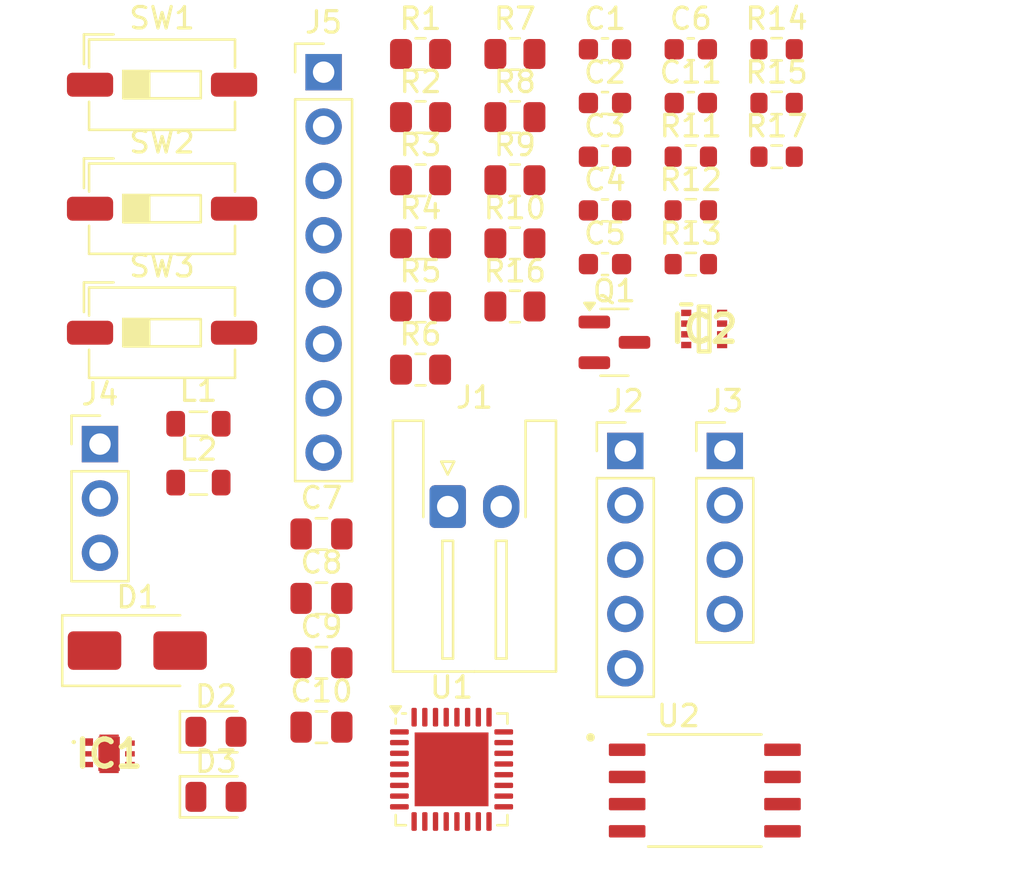
<source format=kicad_pcb>
(kicad_pcb (version 20241229) (generator "pcbnew") (generator_version "9.0")
  (layers (0 "F.Cu" signal) (2 "B.Cu" signal) (13 "F.Paste" user) (15 "B.Paste" user) (5 "F.SilkS" user "F.Silkscreen") (7 "B.SilkS" user "B.Silkscreen") (1 "F.Mask" user) (3 "B.Mask" user) (25 "Edge.Cuts" user))
  (net 0 "")
  (net 1 "GND")
  (net 2 "+3.3V")
  (net 3 "/NRST")
  (net 4 "+BATT")
  (net 5 "+5V")
  (net 6 "Net-(D1-A)")
  (net 7 "Net-(D2-A)")
  (net 8 "Net-(D3-A)")
  (net 9 "Net-(IC1-Lx)")
  (net 10 "Net-(IC2-SW)")
  (net 11 "/ENABLE_5V_REG")
  (net 12 "Net-(IC2-PG)")
  (net 13 "/SWDIO")
  (net 14 "/SWCLK")
  (net 15 "/LPUART2_TX")
  (net 16 "/LPUART2_RX")
  (net 17 "/AMP_PWM")
  (net 18 "Net-(J5-Pin_3)")
  (net 19 "Net-(J5-Pin_4)")
  (net 20 "/SPI1_NSS_RFID")
  (net 22 "/nRSTPD_RFID")
  (net 23 "Net-(J5-Pin_2)")
  (net 24 "/TIM2_CH1_PWM")
  (net 25 "Net-(R1-Pad2)")
  (net 26 "/BOOT0")
  (net 27 "/LED_01")
  (net 28 "/LED_02")
  (net 29 "/nWP_FLASH")
  (net 30 "/nRESET_FLASH")
  (net 31 "/nCS_FLASH")
  (net 32 "Net-(U2-SCK)")
  (net 33 "/SPI2_SCK_FLASH")
  (net 34 "/SPI2_MOSI_FLASH")
  (net 35 "Net-(U2-SI)")
  (net 36 "/SPI2_MISO_FLASH")
  (net 37 "Net-(U2-SO)")
  (net 38 "/SPI1_MISO_RFID")
  (net 39 "/SPI1_MOSI_RFID")
  (net 40 "/SPI1_SCK_RFID")
  (net 41 "/PUSH_BUTTON_01")
  (footprint "Capacitor_SMD:C_0603_1608Metric" (layer "F.Cu") (at 128.155 66.5)
    (property "Reference" "C1" (at 0 -1.43 0) (layer "F.SilkS"))
    (property "Value" "4.7uF")
    (property "VALUE" "" (hide yes))
    (fp_line (start -0.14058 -0.51) (end 0.14058 -0.51) (stroke (width 0.12)) (layer "F.SilkS"))
    (fp_line (start -0.14058 0.51) (end 0.14058 0.51) (stroke (width 0.12)) (layer "F.SilkS"))
    (pad "1" smd roundrect (at -0.775 0) (size 0.9 0.95) (layers "F.Cu" "F.Mask" "F.Paste") (net 2 "+3.3V"))
    (pad "2" smd roundrect (at 0.775 0) (size 0.9 0.95) (layers "F.Cu" "F.Mask" "F.Paste") (net 1 "GND"))
  )
  (footprint "Capacitor_SMD:C_0603_1608Metric" (layer "F.Cu") (at 128.155 76.54)
    (property "Reference" "C5" (at 0 -1.43 0) (layer "F.SilkS"))
    (property "Value" "10nF")
    (property "VALUE" "" (hide yes))
    (fp_line (start -0.14058 -0.51) (end 0.14058 -0.51) (stroke (width 0.12)) (layer "F.SilkS"))
    (fp_line (start -0.14058 0.51) (end 0.14058 0.51) (stroke (width 0.12)) (layer "F.SilkS"))
    (pad "1" smd roundrect (at -0.775 0) (size 0.9 0.95) (layers "F.Cu" "F.Mask" "F.Paste") (net 2 "+3.3V"))
    (pad "2" smd roundrect (at 0.775 0) (size 0.9 0.95) (layers "F.Cu" "F.Mask" "F.Paste") (net 1 "GND"))
  )
  (footprint "Connector_PinHeader_2.54mm:PinHeader_1x05_P2.54mm_Vertical" (layer "F.Cu") (at 129.105 85.27)
    (property "Reference" "J2" (at 0 -2.33 0) (layer "F.SilkS"))
    (property "Value" "Conn_01x05")
    (fp_line (start -1.33 -1.33) (end 0 -1.33) (stroke (width 0.12)) (layer "F.SilkS"))
    (fp_line (start -1.33 0) (end -1.33 -1.33) (stroke (width 0.12)) (layer "F.SilkS"))
    (fp_line (start -1.33 1.27) (end -1.33 11.49) (stroke (width 0.12)) (layer "F.SilkS"))
    (fp_line (start -1.33 1.27) (end 1.33 1.27) (stroke (width 0.12)) (layer "F.SilkS"))
    (fp_line (start -1.33 11.49) (end 1.33 11.49) (stroke (width 0.12)) (layer "F.SilkS"))
    (fp_line (start 1.33 1.27) (end 1.33 11.49) (stroke (width 0.12)) (layer "F.SilkS"))
    (pad "1" thru_hole rect (at 0 0) (size 1.7 1.7) (drill 1) (layers "*.Cu" "*.Mask") (net 1 "GND"))
    (pad "2" thru_hole oval (at 0 2.54) (size 1.7 1.7) (drill 1) (layers "*.Cu" "*.Mask") (net 3 "/NRST"))
    (pad "3" thru_hole oval (at 0 5.08) (size 1.7 1.7) (drill 1) (layers "*.Cu" "*.Mask") (net 13 "/SWDIO"))
    (pad "4" thru_hole oval (at 0 7.62) (size 1.7 1.7) (drill 1) (layers "*.Cu" "*.Mask") (net 14 "/SWCLK"))
    (pad "5" thru_hole oval (at 0 10.16) (size 1.7 1.7) (drill 1) (layers "*.Cu" "*.Mask") (net 2 "+3.3V"))
  )
  (footprint "Resistor_SMD:R_0805_2012Metric" (layer "F.Cu") (at 119.535 69.67)
    (property "Reference" "R2" (at 0 -1.65 0) (layer "F.SilkS"))
    (property "Value" "100K")
    (property "VALUE" "" (hide yes))
    (fp_line (start -0.227064 -0.735) (end 0.227064 -0.735) (stroke (width 0.12)) (layer "F.SilkS"))
    (fp_line (start -0.227064 0.735) (end 0.227064 0.735) (stroke (width 0.12)) (layer "F.SilkS"))
    (pad "1" smd roundrect (at -0.9125 0) (size 1.025 1.4) (layers "F.Cu" "F.Mask" "F.Paste") (roundrect_rratio 0.243902) (net 1 "GND"))
    (pad "2" smd roundrect (at 0.9125 0) (size 1.025 1.4) (layers "F.Cu" "F.Mask" "F.Paste") (roundrect_rratio 0.243902) (net 26 "/BOOT0"))
  )
  (footprint "Inductor_SMD:L_0805_2012Metric" (layer "F.Cu") (at 109.155 84)
    (property "Reference" "L1" (at 0 -1.55 0) (layer "F.SilkS"))
    (property "Value" "2.2uH")
    (property "VALUE" "" (hide yes))
    (fp_line (start -0.399622 -0.56) (end 0.399622 -0.56) (stroke (width 0.12)) (layer "F.SilkS"))
    (fp_line (start -0.399622 0.56) (end 0.399622 0.56) (stroke (width 0.12)) (layer "F.SilkS"))
    (pad "1" smd roundrect (at -1.0625 0) (size 0.875 1.2) (layers "F.Cu" "F.Mask" "F.Paste") (net 9 "Net-(IC1-Lx)"))
    (pad "2" smd roundrect (at 1.0625 0) (size 0.875 1.2) (layers "F.Cu" "F.Mask" "F.Paste") (net 2 "+3.3V"))
  )
  (footprint "Button_Switch_SMD:SW_DIP_SPSTx01_Slide_6.7x4.1mm_W6.73mm_P2.54mm_LowProfile_JPin" (layer "F.Cu") (at 107.455 73.95)
    (property "Reference" "SW2" (at 0 -3.11 0) (layer "F.SilkS"))
    (property "Value" "SW_Push")
    (property "VALUE" "" (hide yes))
    (fp_line (start -3.65 -2.35) (end -3.65 -0.967) (stroke (width 0.12)) (layer "F.SilkS"))
    (fp_line (start -3.65 -2.35) (end -2.267 -2.35) (stroke (width 0.12)) (layer "F.SilkS"))
    (fp_line (start -3.41 -2.11) (end -3.41 -0.8) (stroke (width 0.12)) (layer "F.SilkS"))
    (fp_line (start -3.41 -2.11) (end 3.41 -2.11) (stroke (width 0.12)) (layer "F.SilkS"))
    (fp_line (start -3.41 0.8) (end -3.41 2.11) (stroke (width 0.12)) (layer "F.SilkS"))
    (fp_line (start -3.41 2.11) (end 3.41 2.11) (stroke (width 0.12)) (layer "F.SilkS"))
    (fp_line (start -0.603333 -0.635) (end -0.603333 0.635) (stroke (width 0.12)) (layer "F.SilkS"))
    (fp_line (start 3.41 -2.11) (end 3.41 -0.8) (stroke (width 0.12)) (layer "F.SilkS"))
    (fp_line (start 3.41 0.8) (end 3.41 2.11) (stroke (width 0.12)) (layer "F.SilkS"))
    (fp_rect (start -1.81 -0.635) (end -0.603333 0.635) (stroke (width 0.12)) (fill yes) (layer "F.SilkS"))
    (fp_rect (start -1.81 -0.635) (end 1.81 0.635) (stroke (width 0.12)) (fill no) (layer "F.SilkS"))
    (pad "1" smd roundrect (at -3.365 0) (size 2.16 1.12) (layers "F.Cu" "F.Mask" "F.Paste") (roundrect_rratio 0.223214) (net 1 "GND"))
    (pad "2" smd roundrect (at 3.365 0) (size 2.16 1.12) (layers "F.Cu" "F.Mask" "F.Paste") (roundrect_rratio 0.223214) (net 3 "/NRST"))
  )
  (footprint "Capacitor_SMD:C_0603_1608Metric" (layer "F.Cu") (at 128.155 74.03)
    (property "Reference" "C4" (at 0 -1.43 0) (layer "F.SilkS"))
    (property "Value" "100nF")
    (property "VALUE" "" (hide yes))
    (fp_line (start -0.14058 -0.51) (end 0.14058 -0.51) (stroke (width 0.12)) (layer "F.SilkS"))
    (fp_line (start -0.14058 0.51) (end 0.14058 0.51) (stroke (width 0.12)) (layer "F.SilkS"))
    (pad "1" smd roundrect (at -0.775 0) (size 0.9 0.95) (layers "F.Cu" "F.Mask" "F.Paste") (net 2 "+3.3V"))
    (pad "2" smd roundrect (at 0.775 0) (size 0.9 0.95) (layers "F.Cu" "F.Mask" "F.Paste") (net 1 "GND"))
  )
  (footprint "Resistor_SMD:R_0805_2012Metric" (layer "F.Cu") (at 119.535 75.57)
    (property "Reference" "R4" (at 0 -1.65 0) (layer "F.SilkS"))
    (property "Value" "56R")
    (property "VALUE" "" (hide yes))
    (fp_line (start -0.227064 -0.735) (end 0.227064 -0.735) (stroke (width 0.12)) (layer "F.SilkS"))
    (fp_line (start -0.227064 0.735) (end 0.227064 0.735) (stroke (width 0.12)) (layer "F.SilkS"))
    (pad "1" smd roundrect (at -0.9125 0) (size 1.025 1.4) (layers "F.Cu" "F.Mask" "F.Paste") (roundrect_rratio 0.243902) (net 8 "Net-(D3-A)"))
    (pad "2" smd roundrect (at 0.9125 0) (size 1.025 1.4) (layers "F.Cu" "F.Mask" "F.Paste") (roundrect_rratio 0.243902) (net 28 "/LED_02"))
  )
  (footprint "Connector_PinHeader_2.54mm:PinHeader_1x08_P2.54mm_Vertical" (layer "F.Cu") (at 115.005 67.57)
    (property "Reference" "J5" (at 0 -2.33 0) (layer "F.SilkS"))
    (property "Value" "Conn_01x08")
    (property "VALUE" "" (hide yes))
    (fp_line (start -1.33 -1.33) (end 0 -1.33) (stroke (width 0.12)) (layer "F.SilkS"))
    (fp_line (start -1.33 0) (end -1.33 -1.33) (stroke (width 0.12)) (layer "F.SilkS"))
    (fp_line (start -1.33 1.27) (end -1.33 19.11) (stroke (width 0.12)) (layer "F.SilkS"))
    (fp_line (start -1.33 1.27) (end 1.33 1.27) (stroke (width 0.12)) (layer "F.SilkS"))
    (fp_line (start -1.33 19.11) (end 1.33 19.11) (stroke (width 0.12)) (layer "F.SilkS"))
    (fp_line (start 1.33 1.27) (end 1.33 19.11) (stroke (width 0.12)) (layer "F.SilkS"))
    (pad "1" thru_hole rect (at 0 0) (size 1.7 1.7) (drill 1) (layers "*.Cu" "*.Mask") (net 20 "/SPI1_NSS_RFID"))
    (pad "2" thru_hole oval (at 0 2.54) (size 1.7 1.7) (drill 1) (layers "*.Cu" "*.Mask") (net 23 "Net-(J5-Pin_2)"))
    (pad "3" thru_hole oval (at 0 5.08) (size 1.7 1.7) (drill 1) (layers "*.Cu" "*.Mask") (net 18 "Net-(J5-Pin_3)"))
    (pad "4" thru_hole oval (at 0 7.62) (size 1.7 1.7) (drill 1) (layers "*.Cu" "*.Mask") (net 19 "Net-(J5-Pin_4)"))
    (pad "5" thru_hole oval (at 0 10.16) (size 1.7 1.7) (drill 1) (layers "*.Cu" "*.Mask"))
    (pad "6" thru_hole oval (at 0 12.7) (size 1.7 1.7) (drill 1) (layers "*.Cu" "*.Mask") (net 1 "GND"))
    (pad "7" thru_hole oval (at 0 15.24) (size 1.7 1.7) (drill 1) (layers "*.Cu" "*.Mask") (net 22 "/nRSTPD_RFID"))
    (pad "8" thru_hole oval (at 0 17.78) (size 1.7 1.7) (drill 1) (layers "*.Cu" "*.Mask") (net 2 "+3.3V"))
  )
  (footprint "Resistor_SMD:R_0603_1608Metric" (layer "F.Cu") (at 136.175 69.01)
    (property "Reference" "R15" (at 0 -1.43 0) (layer "F.SilkS"))
    (property "Value" "33R")
    (property "VALUE" "" (hide yes))
    (fp_line (start -0.237258 -0.5225) (end 0.237258 -0.5225) (stroke (width 0.12)) (layer "F.SilkS"))
    (fp_line (start -0.237258 0.5225) (end 0.237258 0.5225) (stroke (width 0.12)) (layer "F.SilkS"))
    (pad "1" smd roundrect (at -0.825 0) (size 0.8 0.95) (layers "F.Cu" "F.Mask" "F.Paste") (net 39 "/SPI1_MOSI_RFID"))
    (pad "2" smd roundrect (at 0.825 0) (size 0.8 0.95) (layers "F.Cu" "F.Mask" "F.Paste") (net 18 "Net-(J5-Pin_3)"))
  )
  (footprint "Connector_PinHeader_2.54mm:PinHeader_1x04_P2.54mm_Vertical" (layer "F.Cu") (at 133.755 85.27)
    (property "Reference" "J3" (at 0 -2.33 0) (layer "F.SilkS"))
    (property "Value" "Conn_01x04")
    (property "VALUE" "" (hide yes))
    (fp_line (start -1.33 -1.33) (end 0 -1.33) (stroke (width 0.12)) (layer "F.SilkS"))
    (fp_line (start -1.33 0) (end -1.33 -1.33) (stroke (width 0.12)) (layer "F.SilkS"))
    (fp_line (start -1.33 1.27) (end -1.33 8.95) (stroke (width 0.12)) (layer "F.SilkS"))
    (fp_line (start -1.33 1.27) (end 1.33 1.27) (stroke (width 0.12)) (layer "F.SilkS"))
    (fp_line (start -1.33 8.95) (end 1.33 8.95) (stroke (width 0.12)) (layer "F.SilkS"))
    (fp_line (start 1.33 1.27) (end 1.33 8.95) (stroke (width 0.12)) (layer "F.SilkS"))
    (pad "1" thru_hole rect (at 0 0) (size 1.7 1.7) (drill 1) (layers "*.Cu" "*.Mask") (net 2 "+3.3V"))
    (pad "2" thru_hole oval (at 0 2.54) (size 1.7 1.7) (drill 1) (layers "*.Cu" "*.Mask") (net 15 "/LPUART2_TX"))
    (pad "3" thru_hole oval (at 0 5.08) (size 1.7 1.7) (drill 1) (layers "*.Cu" "*.Mask") (net 16 "/LPUART2_RX"))
    (pad "4" thru_hole oval (at 0 7.62) (size 1.7 1.7) (drill 1) (layers "*.Cu" "*.Mask") (net 1 "GND"))
  )
  (footprint "Capacitor_SMD:C_0603_1608Metric" (layer "F.Cu") (at 128.155 69.01)
    (property "Reference" "C2" (at 0 -1.43 0) (layer "F.SilkS"))
    (property "Value" "1uF")
    (property "VALUE" "" (hide yes))
    (fp_line (start -0.14058 -0.51) (end 0.14058 -0.51) (stroke (width 0.12)) (layer "F.SilkS"))
    (fp_line (start -0.14058 0.51) (end 0.14058 0.51) (stroke (width 0.12)) (layer "F.SilkS"))
    (pad "1" smd roundrect (at -0.775 0) (size 0.9 0.95) (layers "F.Cu" "F.Mask" "F.Paste") (net 2 "+3.3V"))
    (pad "2" smd roundrect (at 0.775 0) (size 0.9 0.95) (layers "F.Cu" "F.Mask" "F.Paste") (net 1 "GND"))
  )
  (footprint "Resistor_SMD:R_0603_1608Metric" (layer "F.Cu") (at 136.175 66.5)
    (property "Reference" "R14" (at 0 -1.43 0) (layer "F.SilkS"))
    (property "Value" "33R")
    (property "VALUE" "" (hide yes))
    (fp_line (start -0.237258 -0.5225) (end 0.237258 -0.5225) (stroke (width 0.12)) (layer "F.SilkS"))
    (fp_line (start -0.237258 0.5225) (end 0.237258 0.5225) (stroke (width 0.12)) (layer "F.SilkS"))
    (pad "1" smd roundrect (at -0.825 0) (size 0.8 0.95) (layers "F.Cu" "F.Mask" "F.Paste") (net 38 "/SPI1_MISO_RFID"))
    (pad "2" smd roundrect (at 0.825 0) (size 0.8 0.95) (layers "F.Cu" "F.Mask" "F.Paste") (net 19 "Net-(J5-Pin_4)"))
  )
  (footprint "Resistor_SMD:R_0805_2012Metric" (layer "F.Cu") (at 123.945 72.62)
    (property "Reference" "R9" (at 0 -1.65 0) (layer "F.SilkS"))
    (property "Value" "10K")
    (property "VALUE" "" (hide yes))
    (fp_line (start -0.227064 -0.735) (end 0.227064 -0.735) (stroke (width 0.12)) (layer "F.SilkS"))
    (fp_line (start -0.227064 0.735) (end 0.227064 0.735) (stroke (width 0.12)) (layer "F.SilkS"))
    (pad "1" smd roundrect (at -0.9125 0) (size 1.025 1.4) (layers "F.Cu" "F.Mask" "F.Paste") (roundrect_rratio 0.243902) (net 2 "+3.3V"))
    (pad "2" smd roundrect (at 0.9125 0) (size 1.025 1.4) (layers "F.Cu" "F.Mask" "F.Paste") (roundrect_rratio 0.243902) (net 31 "/nCS_FLASH"))
  )
  (footprint "Capacitor_SMD:C_0603_1608Metric" (layer "F.Cu") (at 128.155 71.52)
    (property "Reference" "C3" (at 0 -1.43 0) (layer "F.SilkS"))
    (property "Value" "100nF")
    (property "VALUE" "" (hide yes))
    (fp_line (start -0.14058 -0.51) (end 0.14058 -0.51) (stroke (width 0.12)) (layer "F.SilkS"))
    (fp_line (start -0.14058 0.51) (end 0.14058 0.51) (stroke (width 0.12)) (layer "F.SilkS"))
    (pad "1" smd roundrect (at -0.775 0) (size 0.9 0.95) (layers "F.Cu" "F.Mask" "F.Paste") (net 2 "+3.3V"))
    (pad "2" smd roundrect (at 0.775 0) (size 0.9 0.95) (layers "F.Cu" "F.Mask" "F.Paste") (net 1 "GND"))
  )
  (footprint "Resistor_SMD:R_0603_1608Metric" (layer "F.Cu") (at 132.165 71.52)
    (property "Reference" "R11" (at 0 -1.43 0) (layer "F.SilkS"))
    (property "Value" "33R")
    (property "VALUE" "" (hide yes))
    (fp_line (start -0.237258 -0.5225) (end 0.237258 -0.5225) (stroke (width 0.12)) (layer "F.SilkS"))
    (fp_line (start -0.237258 0.5225) (end 0.237258 0.5225) (stroke (width 0.12)) (layer "F.SilkS"))
    (pad "1" smd roundrect (at -0.825 0) (size 0.8 0.95) (layers "F.Cu" "F.Mask" "F.Paste") (net 32 "Net-(U2-SCK)"))
    (pad "2" smd roundrect (at 0.825 0) (size 0.8 0.95) (layers "F.Cu" "F.Mask" "F.Paste") (net 33 "/SPI2_SCK_FLASH"))
  )
  (footprint "Resistor_SMD:R_0805_2012Metric" (layer "F.Cu") (at 123.945 69.67)
    (property "Reference" "R8" (at 0 -1.65 0) (layer "F.SilkS"))
    (property "Value" "10K")
    (property "VALUE" "" (hide yes))
    (fp_line (start -0.227064 -0.735) (end 0.227064 -0.735) (stroke (width 0.12)) (layer "F.SilkS"))
    (fp_line (start -0.227064 0.735) (end 0.227064 0.735) (stroke (width 0.12)) (layer "F.SilkS"))
    (pad "1" smd roundrect (at -0.9125 0) (size 1.025 1.4) (layers "F.Cu" "F.Mask" "F.Paste") (roundrect_rratio 0.243902) (net 2 "+3.3V"))
    (pad "2" smd roundrect (at 0.9125 0) (size 1.025 1.4) (layers "F.Cu" "F.Mask" "F.Paste") (roundrect_rratio 0.243902) (net 30 "/nRESET_FLASH"))
  )
  (footprint "Resistor_SMD:R_0805_2012Metric" (layer "F.Cu") (at 123.945 78.52)
    (property "Reference" "R16" (at 0 -1.65 0) (layer "F.SilkS"))
    (property "Value" "10K")
    (property "VALUE" "" (hide yes))
    (fp_line (start -0.227064 -0.735) (end 0.227064 -0.735) (stroke (width 0.12)) (layer "F.SilkS"))
    (fp_line (start -0.227064 0.735) (end 0.227064 0.735) (stroke (width 0.12)) (layer "F.SilkS"))
    (pad "1" smd roundrect (at -0.9125 0) (size 1.025 1.4) (layers "F.Cu" "F.Mask" "F.Paste") (roundrect_rratio 0.243902) (net 5 "+5V"))
    (pad "2" smd roundrect (at 0.9125 0) (size 1.025 1.4) (layers "F.Cu" "F.Mask" "F.Paste") (roundrect_rratio 0.243902) (net 17 "/AMP_PWM"))
  )
  (footprint "AT45DB:SOIC127P798X216-8N" (layer "F.Cu") (at 132.82 101.14)
    (property "Reference" "U2" (at -1.235 -3.487 0) (layer "F.SilkS"))
    (property "Value" "AT45DB021E-SHN-T")
    (property "VALUE" "" (hide yes))
    (fp_line (start -2.645 -2.62) (end 2.645 -2.62) (stroke (width 0.127)) (layer "F.SilkS"))
    (fp_line (start -2.645 2.62) (end 2.645 2.62) (stroke (width 0.127)) (layer "F.SilkS"))
    (fp_circle (center -5.34 -2.485) (end -5.24 -2.485) (stroke (width 0.2)) (fill no) (layer "F.SilkS"))
    (pad "1" smd roundrect (at -3.63 -1.905) (size 1.71 0.58) (layers "F.Cu" "F.Mask" "F.Paste") (roundrect_rratio 0.125) (net 35 "Net-(U2-SI)"))
    (pad "2" smd roundrect (at -3.63 -0.635) (size 1.71 0.58) (layers "F.Cu" "F.Mask" "F.Paste") (roundrect_rratio 0.125) (net 32 "Net-(U2-SCK)"))
    (pad "3" smd roundrect (at -3.63 0.635) (size 1.71 0.58) (layers "F.Cu" "F.Mask" "F.Paste") (roundrect_rratio 0.125) (net 30 "/nRESET_FLASH"))
    (pad "4" smd roundrect (at -3.63 1.905) (size 1.71 0.58) (layers "F.Cu" "F.Mask" "F.Paste") (roundrect_rratio 0.125) (net 31 "/nCS_FLASH"))
    (pad "5" smd roundrect (at 3.63 1.905) (size 1.71 0.58) (layers "F.Cu" "F.Mask" "F.Paste") (roundrect_rratio 0.125) (net 29 "/nWP_FLASH"))
    (pad "6" smd roundrect (at 3.63 0.635) (size 1.71 0.58) (layers "F.Cu" "F.Mask" "F.Paste") (roundrect_rratio 0.125) (net 2 "+3.3V"))
    (pad "7" smd roundrect (at 3.63 -0.635) (size 1.71 0.58) (layers "F.Cu" "F.Mask" "F.Paste") (roundrect_rratio 0.125) (net 1 "GND"))
    (pad "8" smd roundrect (at 3.63 -1.905) (size 1.71 0.58) (layers "F.Cu" "F.Mask" "F.Paste") (roundrect_rratio 0.125) (net 37 "Net-(U2-SO)"))
  )
  (footprint "Inductor_SMD:L_0805_2012Metric" (layer "F.Cu") (at 109.155 86.75)
    (property "Reference" "L2" (at 0 -1.55 0) (layer "F.SilkS"))
    (property "Value" "470nH")
    (property "VALUE" "" (hide yes))
    (fp_line (start -0.399622 -0.56) (end 0.399622 -0.56) (stroke (width 0.12)) (layer "F.SilkS"))
    (fp_line (start -0.399622 0.56) (end 0.399622 0.56) (stroke (width 0.12)) (layer "F.SilkS"))
    (pad "1" smd roundrect (at -1.0625 0) (size 0.875 1.2) (layers "F.Cu" "F.Mask" "F.Paste") (net 4 "+BATT"))
    (pad "2" smd roundrect (at 1.0625 0) (size 0.875 1.2) (layers "F.Cu" "F.Mask" "F.Paste") (net 10 "Net-(IC2-SW)"))
  )
  (footprint "Capacitor_SMD:C_0805_2012Metric" (layer "F.Cu") (at 114.905 98.18)
    (property "Reference" "C10" (at 0 -1.68 0) (layer "F.SilkS"))
    (property "Value" "10uF")
    (property "VALUE" "" (hide yes))
    (fp_line (start -0.261252 -0.735) (end 0.261252 -0.735) (stroke (width 0.12)) (layer "F.SilkS"))
    (fp_line (start -0.261252 0.735) (end 0.261252 0.735) (stroke (width 0.12)) (layer "F.SilkS"))
    (pad "1" smd roundrect (at -0.95 0) (size 1 1.45) (layers "F.Cu" "F.Mask" "F.Paste") (net 5 "+5V"))
    (pad "2" smd roundrect (at 0.95 0) (size 1 1.45) (layers "F.Cu" "F.Mask" "F.Paste") (net 1 "GND"))
  )
  (footprint "LED_SMD:LED_0805_2012Metric" (layer "F.Cu") (at 109.975 98.395)
    (property "Reference" "D2" (at 0 -1.65 0) (layer "F.SilkS"))
    (property "Value" "BLUE")
    (property "VALUE" "" (hide yes))
    (fp_line (start -1.685 -0.96) (end -1.685 0.96) (stroke (width 0.12)) (layer "F.SilkS"))
    (fp_line (start -1.685 0.96) (end 1 0.96) (stroke (width 0.12)) (layer "F.SilkS"))
    (fp_line (start 1 -0.96) (end -1.685 -0.96) (stroke (width 0.12)) (layer "F.SilkS"))
    (pad "1" smd roundrect (at -0.9375 0) (size 0.975 1.4) (layers "F.Cu" "F.Mask" "F.Paste") (net 1 "GND"))
    (pad "2" smd roundrect (at 0.9375 0) (size 0.975 1.4) (layers "F.Cu" "F.Mask" "F.Paste") (net 7 "Net-(D2-A)"))
  )
  (footprint "Resistor_SMD:R_0805_2012Metric" (layer "F.Cu") (at 123.945 75.57)
    (property "Reference" "R10" (at 0 -1.65 0) (layer "F.SilkS"))
    (property "Value" "10K")
    (property "VALUE" "" (hide yes))
    (fp_line (start -0.227064 -0.735) (end 0.227064 -0.735) (stroke (width 0.12)) (layer "F.SilkS"))
    (fp_line (start -0.227064 0.735) (end 0.227064 0.735) (stroke (width 0.12)) (layer "F.SilkS"))
    (pad "1" smd roundrect (at -0.9125 0) (size 1.025 1.4) (layers "F.Cu" "F.Mask" "F.Paste") (roundrect_rratio 0.243902) (net 2 "+3.3V"))
    (pad "2" smd roundrect (at 0.9125 0) (size 1.025 1.4) (layers "F.Cu" "F.Mask" "F.Paste") (roundrect_rratio 0.243902) (net 24 "/TIM2_CH1_PWM"))
  )
  (footprint "Connector_PinHeader_2.54mm:PinHeader_1x03_P2.54mm_Vertical" (layer "F.Cu") (at 104.555 84.95)
    (property "Reference" "J4" (at 0 -2.33 0) (layer "F.SilkS"))
    (property "Value" "Conn_01x03")
    (property "VALUE" "" (hide yes))
    (fp_line (start -1.33 -1.33) (end 0 -1.33) (stroke (width 0.12)) (layer "F.SilkS"))
    (fp_line (start -1.33 0) (end -1.33 -1.33) (stroke (width 0.12)) (layer "F.SilkS"))
    (fp_line (start -1.33 1.27) (end -1.33 6.41) (stroke (width 0.12)) (layer "F.SilkS"))
    (fp_line (start -1.33 1.27) (end 1.33 1.27) (stroke (width 0.12)) (layer "F.SilkS"))
    (fp_line (start -1.33 6.41) (end 1.33 6.41) (stroke (width 0.12)) (layer "F.SilkS"))
    (fp_line (start 1.33 1.27) (end 1.33 6.41) (stroke (width 0.12)) (layer "F.SilkS"))
    (pad "1" thru_hole rect (at 0 0) (size 1.7 1.7) (drill 1) (layers "*.Cu" "*.Mask") (net 17 "/AMP_PWM"))
    (pad "2" thru_hole oval (at 0 2.54) (size 1.7 1.7) (drill 1) (layers "*.Cu" "*.Mask") (net 5 "+5V"))
    (pad "3" thru_hole oval (at 0 5.08) (size 1.7 1.7) (drill 1) (layers "*.Cu" "*.Mask") (net 1 "GND"))
  )
  (footprint "Button_Switch_SMD:SW_DIP_SPSTx01_Slide_6.7x4.1mm_W6.73mm_P2.54mm_LowProfile_JPin" (layer "F.Cu") (at 107.455 68.155)
    (property "Reference" "SW1" (at 0 -3.11 0) (layer "F.SilkS"))
    (property "Value" "SW_Push")
    (property "VALUE" "" (hide yes))
    (fp_line (start -3.65 -2.35) (end -3.65 -0.967) (stroke (width 0.12)) (layer "F.SilkS"))
    (fp_line (start -3.65 -2.35) (end -2.267 -2.35) (stroke (width 0.12)) (layer "F.SilkS"))
    (fp_line (start -3.41 -2.11) (end -3.41 -0.8) (stroke (width 0.12)) (layer "F.SilkS"))
    (fp_line (start -3.41 -2.11) (end 3.41 -2.11) (stroke (width 0.12)) (layer "F.SilkS"))
    (fp_line (start -3.41 0.8) (end -3.41 2.11) (stroke (width 0.12)) (layer "F.SilkS"))
    (fp_line (start -3.41 2.11) (end 3.41 2.11) (stroke (width 0.12)) (layer "F.SilkS"))
    (fp_line (start -0.603333 -0.635) (end -0.603333 0.635) (stroke (width 0.12)) (layer "F.SilkS"))
    (fp_line (start 3.41 -2.11) (end 3.41 -0.8) (stroke (width 0.12)) (layer "F.SilkS"))
    (fp_line (start 3.41 0.8) (end 3.41 2.11) (stroke (width 0.12)) (layer "F.SilkS"))
    (fp_rect (start -1.81 -0.635) (end -0.603333 0.635) (stroke (width 0.12)) (fill yes) (layer "F.SilkS"))
    (fp_rect (start -1.81 -0.635) (end 1.81 0.635) (stroke (width 0.12)) (fill no) (layer "F.SilkS"))
    (pad "1" smd roundrect (at -3.365 0) (size 2.16 1.12) (layers "F.Cu" "F.Mask" "F.Paste") (roundrect_rratio 0.223214) (net 25 "Net-(R1-Pad2)"))
    (pad "2" smd roundrect (at 3.365 0) (size 2.16 1.12) (layers "F.Cu" "F.Mask" "F.Paste") (roundrect_rratio 0.223214) (net 26 "/BOOT0"))
  )
  (footprint "Capacitor_SMD:C_0603_1608Metric" (layer "F.Cu") (at 132.165 66.5)
    (property "Reference" "C6" (at 0 -1.43 0) (layer "F.SilkS"))
    (property "Value" "100nF")
    (property "VALUE" "" (hide yes))
    (fp_line (start -0.14058 -0.51) (end 0.14058 -0.51) (stroke (width 0.12)) (layer "F.SilkS"))
    (fp_line (start -0.14058 0.51) (end 0.14058 0.51) (stroke (width 0.12)) (layer "F.SilkS"))
    (pad "1" smd roundrect (at -0.775 0) (size 0.9 0.95) (layers "F.Cu" "F.Mask" "F.Paste") (net 3 "/NRST"))
    (pad "2" smd roundrect (at 0.775 0) (size 0.9 0.95) (layers "F.Cu" "F.Mask" "F.Paste") (net 1 "GND"))
  )
  (footprint "Resistor_SMD:R_0603_1608Metric" (layer "F.Cu") (at 132.165 76.54)
    (property "Reference" "R13" (at 0 -1.43 0) (layer "F.SilkS"))
    (property "Value" "33R")
    (property "VALUE" "" (hide yes))
    (fp_line (start -0.237258 -0.5225) (end 0.237258 -0.5225) (stroke (width 0.12)) (layer "F.SilkS"))
    (fp_line (start -0.237258 0.5225) (end 0.237258 0.5225) (stroke (width 0.12)) (layer "F.SilkS"))
    (pad "1" smd roundrect (at -0.825 0) (size 0.8 0.95) (layers "F.Cu" "F.Mask" "F.Paste") (net 37 "Net-(U2-SO)"))
    (pad "2" smd roundrect (at 0.825 0) (size 0.8 0.95) (layers "F.Cu" "F.Mask" "F.Paste") (net 36 "/SPI2_MISO_FLASH"))
  )
  (footprint "Capacitor_SMD:C_0805_2012Metric" (layer "F.Cu") (at 114.905 92.16)
    (property "Reference" "C8" (at 0 -1.68 0) (layer "F.SilkS"))
    (property "Value" "10uF")
    (property "VALUE" "" (hide yes))
    (fp_line (start -0.261252 -0.735) (end 0.261252 -0.735) (stroke (width 0.12)) (layer "F.SilkS"))
    (fp_line (start -0.261252 0.735) (end 0.261252 0.735) (stroke (width 0.12)) (layer "F.SilkS"))
    (pad "1" smd roundrect (at -0.95 0) (size 1 1.45) (layers "F.Cu" "F.Mask" "F.Paste") (net 2 "+3.3V"))
    (pad "2" smd roundrect (at 0.95 0) (size 1 1.45) (layers "F.Cu" "F.Mask" "F.Paste") (net 1 "GND"))
  )
  (footprint "Capacitor_SMD:C_0805_2012Metric" (layer "F.Cu") (at 114.905 95.17)
    (property "Reference" "C9" (at 0 -1.68 0) (layer "F.SilkS"))
    (property "Value" "10uF")
    (property "VALUE" "" (hide yes))
    (fp_line (start -0.261252 -0.735) (end 0.261252 -0.735) (stroke (width 0.12)) (layer "F.SilkS"))
    (fp_line (start -0.261252 0.735) (end 0.261252 0.735) (stroke (width 0.12)) (layer "F.SilkS"))
    (pad "1" smd roundrect (at -0.95 0) (size 1 1.45) (layers "F.Cu" "F.Mask" "F.Paste") (net 4 "+BATT"))
    (pad "2" smd roundrect (at 0.95 0) (size 1 1.45) (layers "F.Cu" "F.Mask" "F.Paste") (net 1 "GND"))
  )
  (footprint "LED_SMD:LED_0805_2012Metric" (layer "F.Cu") (at 109.975 101.435)
    (property "Reference" "D3" (at 0 -1.65 0) (layer "F.SilkS"))
    (property "Value" "GREEN")
    (property "VALUE" "" (hide yes))
    (fp_line (start -1.685 -0.96) (end -1.685 0.96) (stroke (width 0.12)) (layer "F.SilkS"))
    (fp_line (start -1.685 0.96) (end 1 0.96) (stroke (width 0.12)) (layer "F.SilkS"))
    (fp_line (start 1 -0.96) (end -1.685 -0.96) (stroke (width 0.12)) (layer "F.SilkS"))
    (pad "1" smd roundrect (at -0.9375 0) (size 0.975 1.4) (layers "F.Cu" "F.Mask" "F.Paste") (net 1 "GND"))
    (pad "2" smd roundrect (at 0.9375 0) (size 0.975 1.4) (layers "F.Cu" "F.Mask" "F.Paste") (net 8 "Net-(D3-A)"))
  )
  (footprint "Resistor_SMD:R_0603_1608Metric" (layer "F.Cu") (at 136.175 71.52)
    (property "Reference" "R17" (at 0 -1.43 0) (layer "F.SilkS"))
    (property "Value" "33R")
    (property "VALUE" "" (hide yes))
    (fp_line (start -0.237258 -0.5225) (end 0.237258 -0.5225) (stroke (width 0.12)) (layer "F.SilkS"))
    (fp_line (start -0.237258 0.5225) (end 0.237258 0.5225) (stroke (width 0.12)) (layer "F.SilkS"))
    (pad "1" smd roundrect (at -0.825 0) (size 0.8 0.95) (layers "F.Cu" "F.Mask" "F.Paste") (net 40 "/SPI1_SCK_RFID"))
    (pad "2" smd roundrect (at 0.825 0) (size 0.8 0.95) (layers "F.Cu" "F.Mask" "F.Paste") (net 23 "Net-(J5-Pin_2)"))
  )
  (footprint "XC9288A:USP-6C" (layer "F.Cu") (at 104.98 99.425)
    (property "Reference" "IC1" (at 0 0 0) (layer "F.SilkS") (effects (font (size 1.27 1.27) (thickness 0.254))))
    (property "Value" "XC9288A33CER-G" (hide yes))
    (property "VALUE" "" (hide yes))
    (fp_line (start -1.7 -0.55) (end -1.7 -0.55) (stroke (width 0.1)) (layer "F.SilkS"))
    (fp_line (start -1.6 -0.55) (end -1.6 -0.55) (stroke (width 0.1)) (layer "F.SilkS"))
    (fp_arc (start -1.7 -0.55) (mid -1.65 -0.6) (end -1.6 -0.55) (stroke (width 0.1)) (layer "F.SilkS"))
    (fp_arc (start -1.6 -0.55) (mid -1.65 -0.5) (end -1.7 -0.55) (stroke (width 0.1)) (layer "F.SilkS"))
    (pad "1" smd rect (at -0.975 -0.55 90) (size 0.35 0.45) (layers "F.Cu" "F.Mask" "F.Paste") (net 1 "GND"))
    (pad "2" smd rect (at -0.975 0 90) (size 0.25 0.45) (layers "F.Cu" "F.Mask" "F.Paste") (net 1 "GND"))
    (pad "3" smd rect (at -0.975 0.5 90) (size 0.25 0.45) (layers "F.Cu" "F.Mask" "F.Paste") (net 2 "+3.3V"))
    (pad "4" smd rect (at 0.975 0.5 90) (size 0.25 0.45) (layers "F.Cu" "F.Mask" "F.Paste") (net 4 "+BATT"))
    (pad "5" smd rect (at 0.975 0 90) (size 0.25 0.45) (layers "F.Cu" "F.Mask" "F.Paste") (net 9 "Net-(IC1-Lx)"))
    (pad "6" smd rect (at 0.975 -0.5 90) (size 0.25 0.45) (layers "F.Cu" "F.Mask" "F.Paste") (net 4 "+BATT"))
    (pad "7" smd rect (at 0 0) (size 1 1.6) (layers "F.Cu" "F.Mask" "F.Paste") (net 1 "GND"))
    (pad "8" smd rect (at 0 -0.85 90) (size 0.1 0.9) (layers "F.Cu" "F.Mask" "F.Paste") (net 1 "GND"))
    (pad "9" smd rect (at 0 0.85 90) (size 0.1 0.9) (layers "F.Cu" "F.Mask" "F.Paste") (net 1 "GND"))
  )
  (footprint "Diode_SMD:D_SMA" (layer "F.Cu") (at 106.3 94.6)
    (property "Reference" "D1" (at 0 -2.5 0) (layer "F.SilkS"))
    (property "Value" "SS26")
    (fp_line (start -3.51 -1.65) (end -3.51 1.65) (stroke (width 0.12)) (layer "F.SilkS"))
    (fp_line (start -3.51 -1.65) (end 2 -1.65) (stroke (width 0.12)) (layer "F.SilkS"))
    (fp_line (start -3.51 1.65) (end 2 1.65) (stroke (width 0.12)) (layer "F.SilkS"))
    (pad "1" smd roundrect (at -2 0) (size 2.5 1.8) (layers "F.Cu" "F.Mask" "F.Paste") (roundrect_rratio 0.1388888889) (net 4 "+BATT"))
    (pad "2" smd roundrect (at 2 0) (size 2.5 1.8) (layers "F.Cu" "F.Mask" "F.Paste") (roundrect_rratio 0.1388888889) (net 6 "Net-(D1-A)"))
  )
  (footprint "Resistor_SMD:R_0805_2012Metric" (layer "F.Cu") (at 119.535 78.52)
    (property "Reference" "R5" (at 0 -1.65 0) (layer "F.SilkS"))
    (property "Value" "100K")
    (property "VALUE" "" (hide yes))
    (fp_line (start -0.227064 -0.735) (end 0.227064 -0.735) (stroke (width 0.12)) (layer "F.SilkS"))
    (fp_line (start -0.227064 0.735) (end 0.227064 0.735) (stroke (width 0.12)) (layer "F.SilkS"))
    (pad "1" smd roundrect (at -0.9125 0) (size 1.025 1.4) (layers "F.Cu" "F.Mask" "F.Paste") (roundrect_rratio 0.243902) (net 11 "/ENABLE_5V_REG"))
    (pad "2" smd roundrect (at 0.9125 0) (size 1.025 1.4) (layers "F.Cu" "F.Mask" "F.Paste") (roundrect_rratio 0.243902) (net 1 "GND"))
  )
  (footprint "TPS6103:SOTFL50P160X60-8N" (layer "F.Cu") (at 132.79 79.57)
    (property "Reference" "IC2" (at 0 0 0) (layer "F.SilkS") (effects (font (size 1.27 1.27) (thickness 0.254))))
    (property "Value" "TPS610333DRLR" (hide yes))
    (property "VALUE" "" (hide yes))
    (fp_line (start -1.075 -1.15) (end -0.6 -1.15) (stroke (width 0.2)) (layer "F.SilkS"))
    (fp_line (start -0.25 -1.05) (end 0.25 -1.05) (stroke (width 0.2)) (layer "F.SilkS"))
    (fp_line (start -0.25 1.05) (end -0.25 -1.05) (stroke (width 0.2)) (layer "F.SilkS"))
    (fp_line (start 0.25 -1.05) (end 0.25 1.05) (stroke (width 0.2)) (layer "F.SilkS"))
    (fp_line (start 0.25 1.05) (end -0.25 1.05) (stroke (width 0.2)) (layer "F.SilkS"))
    (pad "1" smd rect (at -0.838 -0.75 90) (size 0.3 0.475) (layers "F.Cu" "F.Mask" "F.Paste") (net 4 "+BATT"))
    (pad "2" smd rect (at -0.838 -0.25 90) (size 0.3 0.475) (layers "F.Cu" "F.Mask" "F.Paste") (net 11 "/ENABLE_5V_REG"))
    (pad "3" smd rect (at -0.838 0.25 90) (size 0.3 0.475) (layers "F.Cu" "F.Mask" "F.Paste") (net 4 "+BATT"))
    (pad "4" smd rect (at -0.838 0.75 90) (size 0.3 0.475) (layers "F.Cu" "F.Mask" "F.Paste") (net 12 "Net-(IC2-PG)"))
    (pad "5" smd rect (at 0.838 0.75 90) (size 0.3 0.475) (layers "F.Cu" "F.Mask" "F.Paste") (net 4 "+BATT"))
    (pad "6" smd rect (at 0.838 0.25 90) (size 0.3 0.475) (layers "F.Cu" "F.Mask" "F.Paste") (net 1 "GND"))
    (pad "7" smd rect (at 0.838 -0.25 90) (size 0.3 0.475) (layers "F.Cu" "F.Mask" "F.Paste") (net 10 "Net-(IC2-SW)"))
    (pad "8" smd rect (at 0.838 -0.75 90) (size 0.3 0.475) (layers "F.Cu" "F.Mask" "F.Paste") (net 5 "+5V"))
  )
  (footprint "Resistor_SMD:R_0603_1608Metric" (layer "F.Cu") (at 132.165 74.03)
    (property "Reference" "R12" (at 0 -1.43 0) (layer "F.SilkS"))
    (property "Value" "33R")
    (property "VALUE" "" (hide yes))
    (fp_line (start -0.237258 -0.5225) (end 0.237258 -0.5225) (stroke (width 0.12)) (layer "F.SilkS"))
    (fp_line (start -0.237258 0.5225) (end 0.237258 0.5225) (stroke (width 0.12)) (layer "F.SilkS"))
    (pad "1" smd roundrect (at -0.825 0) (size 0.8 0.95) (layers "F.Cu" "F.Mask" "F.Paste") (net 35 "Net-(U2-SI)"))
    (pad "2" smd roundrect (at 0.825 0) (size 0.8 0.95) (layers "F.Cu" "F.Mask" "F.Paste") (net 34 "/SPI2_MOSI_FLASH"))
  )
  (footprint "Button_Switch_SMD:SW_DIP_SPSTx01_Slide_6.7x4.1mm_W6.73mm_P2.54mm_LowProfile_JPin" (layer "F.Cu") (at 107.455 79.745)
    (property "Reference" "SW3" (at 0 -3.11 0) (layer "F.SilkS"))
    (property "Value" "SW_Push")
    (property "VALUE" "" (hide yes))
    (fp_line (start -3.65 -2.35) (end -3.65 -0.967) (stroke (width 0.12)) (layer "F.SilkS"))
    (fp_line (start -3.65 -2.35) (end -2.267 -2.35) (stroke (width 0.12)) (layer "F.SilkS"))
    (fp_line (start -3.41 -2.11) (end -3.41 -0.8) (stroke (width 0.12)) (layer "F.SilkS"))
    (fp_line (start -3.41 -2.11) (end 3.41 -2.11) (stroke (width 0.12)) (layer "F.SilkS"))
    (fp_line (start -3.41 0.8) (end -3.41 2.11) (stroke (width 0.12)) (layer "F.SilkS"))
    (fp_line (start -3.41 2.11) (end 3.41 2.11) (stroke (width 0.12)) (layer "F.SilkS"))
    (fp_line (start -0.603333 -0.635) (end -0.603333 0.635) (stroke (width 0.12)) (layer "F.SilkS"))
    (fp_line (start 3.41 -2.11) (end 3.41 -0.8) (stroke (width 0.12)) (layer "F.SilkS"))
    (fp_line (start 3.41 0.8) (end 3.41 2.11) (stroke (width 0.12)) (layer "F.SilkS"))
    (fp_rect (start -1.81 -0.635) (end -0.603333 0.635) (stroke (width 0.12)) (fill yes) (layer "F.SilkS"))
    (fp_rect (start -1.81 -0.635) (end 1.81 0.635) (stroke (width 0.12)) (fill no) (layer "F.SilkS"))
    (pad "1" smd roundrect (at -3.365 0) (size 2.16 1.12) (layers "F.Cu" "F.Mask" "F.Paste") (roundrect_rratio 0.223214) (net 1 "GND"))
    (pad "2" smd roundrect (at 3.365 0) (size 2.16 1.12) (layers "F.Cu" "F.Mask" "F.Paste") (roundrect_rratio 0.223214) (net 41 "/PUSH_BUTTON_01"))
  )
  (footprint "Resistor_SMD:R_0805_2012Metric" (layer "F.Cu") (at 123.945 66.72)
    (property "Reference" "R7" (at 0 -1.65 0) (layer "F.SilkS"))
    (property "Value" "100K")
    (property "VALUE" "" (hide yes))
    (fp_line (start -0.227064 -0.735) (end 0.227064 -0.735) (stroke (width 0.12)) (layer "F.SilkS"))
    (fp_line (start -0.227064 0.735) (end 0.227064 0.735) (stroke (width 0.12)) (layer "F.SilkS"))
    (pad "1" smd roundrect (at -0.9125 0) (size 1.025 1.4) (layers "F.Cu" "F.Mask" "F.Paste") (roundrect_rratio 0.243902) (net 12 "Net-(IC2-PG)"))
    (pad "2" smd roundrect (at 0.9125 0) (size 1.025 1.4) (layers "F.Cu" "F.Mask" "F.Paste") (roundrect_rratio 0.243902) (net 5 "+5V"))
  )
  (footprint "Resistor_SMD:R_0805_2012Metric" (layer "F.Cu") (at 119.535 81.47)
    (property "Reference" "R6" (at 0 -1.65 0) (layer "F.SilkS"))
    (property "Value" "10K")
    (property "VALUE" "" (hide yes))
    (fp_line (start -0.227064 -0.735) (end 0.227064 -0.735) (stroke (width 0.12)) (layer "F.SilkS"))
    (fp_line (start -0.227064 0.735) (end 0.227064 0.735) (stroke (width 0.12)) (layer "F.SilkS"))
    (pad "1" smd roundrect (at -0.9125 0) (size 1.025 1.4) (layers "F.Cu" "F.Mask" "F.Paste") (roundrect_rratio 0.243902) (net 2 "+3.3V"))
    (pad "2" smd roundrect (at 0.9125 0) (size 1.025 1.4) (layers "F.Cu" "F.Mask" "F.Paste") (roundrect_rratio 0.243902) (net 29 "/nWP_FLASH"))
  )
  (footprint "Connector_JST:JST_XH_S2B-XH-A-1_1x02_P2.50mm_Horizontal" (layer "F.Cu") (at 120.805 87.87)
    (property "Reference" "J1" (at 1.25 -5.1 0) (layer "F.SilkS"))
    (property "Value" "Conn_01x02")
    (property "VALUE" "" (hide yes))
    (fp_line (start -2.56 -4.01) (end -1.14 -4.01) (stroke (width 0.12)) (layer "F.SilkS"))
    (fp_line (start -2.56 7.71) (end -2.56 -4.01) (stroke (width 0.12)) (layer "F.SilkS"))
    (fp_line (start -1.14 -4.01) (end -1.14 0.49) (stroke (width 0.12)) (layer "F.SilkS"))
    (fp_line (start -0.3 -2.1) (end 0.3 -2.1) (stroke (width 0.12)) (layer "F.SilkS"))
    (fp_line (start -0.25 1.6) (end -0.25 7.1) (stroke (width 0.12)) (layer "F.SilkS"))
    (fp_line (start -0.25 7.1) (end 0.25 7.1) (stroke (width 0.12)) (layer "F.SilkS"))
    (fp_line (start 0 -1.5) (end -0.3 -2.1) (stroke (width 0.12)) (layer "F.SilkS"))
    (fp_line (start 0.25 1.6) (end -0.25 1.6) (stroke (width 0.12)) (layer "F.SilkS"))
    (fp_line (start 0.25 7.1) (end 0.25 1.6) (stroke (width 0.12)) (layer "F.SilkS"))
    (fp_line (start 0.3 -2.1) (end 0 -1.5) (stroke (width 0.12)) (layer "F.SilkS"))
    (fp_line (start 1.25 7.71) (end -2.56 7.71) (stroke (width 0.12)) (layer "F.SilkS"))
    (fp_line (start 1.25 7.71) (end 5.06 7.71) (stroke (width 0.12)) (layer "F.SilkS"))
    (fp_line (start 2.25 1.6) (end 2.25 7.1) (stroke (width 0.12)) (layer "F.SilkS"))
    (fp_line (start 2.25 7.1) (end 2.75 7.1) (stroke (width 0.12)) (layer "F.SilkS"))
    (fp_line (start 2.75 1.6) (end 2.25 1.6) (stroke (width 0.12)) (layer "F.SilkS"))
    (fp_line (start 2.75 7.1) (end 2.75 1.6) (stroke (width 0.12)) (layer "F.SilkS"))
    (fp_line (start 3.64 -4.01) (end 3.64 0.49) (stroke (width 0.12)) (layer "F.SilkS"))
    (fp_line (start 5.06 -4.01) (end 3.64 -4.01) (stroke (width 0.12)) (layer "F.SilkS"))
    (fp_line (start 5.06 7.71) (end 5.06 -4.01) (stroke (width 0.12)) (layer "F.SilkS"))
    (pad "1" thru_hole roundrect (at 0 0) (size 1.7 2) (drill 1) (layers "*.Cu" "*.Mask") (roundrect_rratio 0.147059) (net 6 "Net-(D1-A)"))
    (pad "2" thru_hole oval (at 2.5 0) (size 1.7 2) (drill 1) (layers "*.Cu" "*.Mask") (net 1 "GND"))
  )
  (footprint "Package_TO_SOT_SMD:SOT-23" (layer "F.Cu") (at 128.595 80.195)
    (property "Reference" "Q1" (at 0 -2.4 0) (layer "F.SilkS"))
    (property "Value" "2N7002")
    (fp_line (start 0 -1.56) (end -0.65 -1.56) (stroke (width 0.12)) (layer "F.SilkS"))
    (fp_line (start 0 -1.56) (end 0.65 -1.56) (stroke (width 0.12)) (layer "F.SilkS"))
    (fp_line (start 0 1.56) (end -0.65 1.56) (stroke (width 0.12)) (layer "F.SilkS"))
    (fp_line (start 0 1.56) (end 0.65 1.56) (stroke (width 0.12)) (layer "F.SilkS"))
    (fp_poly (pts (xy -1.1625 -1.51) (xy -1.4025 -1.84) (xy -0.9225 -1.84) (xy -1.1625 -1.51)) (stroke (width 0.12)) (fill yes) (layer "F.SilkS"))
    (pad "1" smd roundrect (at -0.9375 -0.95) (size 1.475 0.6) (layers "F.Cu" "F.Mask" "F.Paste") (net 2 "+3.3V"))
    (pad "2" smd roundrect (at -0.9375 0.95) (size 1.475 0.6) (layers "F.Cu" "F.Mask" "F.Paste") (net 24 "/TIM2_CH1_PWM"))
    (pad "3" smd roundrect (at 0.9375 0) (size 1.475 0.6) (layers "F.Cu" "F.Mask" "F.Paste") (net 17 "/AMP_PWM"))
  )
  (footprint "Capacitor_SMD:C_0603_1608Metric" (layer "F.Cu") (at 132.165 69.01)
    (property "Reference" "C11" (at 0 -1.43 0) (layer "F.SilkS"))
    (property "Value" "100nF")
    (property "VALUE" "" (hide yes))
    (fp_line (start -0.14058 -0.51) (end 0.14058 -0.51) (stroke (width 0.12)) (layer "F.SilkS"))
    (fp_line (start -0.14058 0.51) (end 0.14058 0.51) (stroke (width 0.12)) (layer "F.SilkS"))
    (pad "1" smd roundrect (at -0.775 0) (size 0.9 0.95) (layers "F.Cu" "F.Mask" "F.Paste") (net 2 "+3.3V"))
    (pad "2" smd roundrect (at 0.775 0) (size 0.9 0.95) (layers "F.Cu" "F.Mask" "F.Paste") (net 1 "GND"))
  )
  (footprint "Resistor_SMD:R_0805_2012Metric" (layer "F.Cu") (at 119.535 72.62)
    (property "Reference" "R3" (at 0 -1.65 0) (layer "F.SilkS"))
    (property "Value" "56R")
    (property "VALUE" "" (hide yes))
    (fp_line (start -0.227064 -0.735) (end 0.227064 -0.735) (stroke (width 0.12)) (layer "F.SilkS"))
    (fp_line (start -0.227064 0.735) (end 0.227064 0.735) (stroke (width 0.12)) (layer "F.SilkS"))
    (pad "1" smd roundrect (at -0.9125 0) (size 1.025 1.4) (layers "F.Cu" "F.Mask" "F.Paste") (roundrect_rratio 0.243902) (net 7 "Net-(D2-A)"))
    (pad "2" smd roundrect (at 0.9125 0) (size 1.025 1.4) (layers "F.Cu" "F.Mask" "F.Paste") (roundrect_rratio 0.243902) (net 27 "/LED_01"))
  )
  (footprint "Capacitor_SMD:C_0805_2012Metric" (layer "F.Cu") (at 114.905 89.15)
    (property "Reference" "C7" (at 0 -1.68 0) (layer "F.SilkS"))
    (property "Value" "10uF")
    (property "VALUE" "" (hide yes))
    (fp_line (start -0.261252 -0.735) (end 0.261252 -0.735) (stroke (width 0.12)) (layer "F.SilkS"))
    (fp_line (start -0.261252 0.735) (end 0.261252 0.735) (stroke (width 0.12)) (layer "F.SilkS"))
    (pad "1" smd roundrect (at -0.95 0) (size 1 1.45) (layers "F.Cu" "F.Mask" "F.Paste") (net 4 "+BATT"))
    (pad "2" smd roundrect (at 0.95 0) (size 1 1.45) (layers "F.Cu" "F.Mask" "F.Paste") (net 1 "GND"))
  )
  (footprint "Package_DFN_QFN:QFN-32-1EP_5x5mm_P0.5mm_EP3.45x3.45mm" (layer "F.Cu") (at 120.985 100.15)
    (property "Reference" "U1" (at 0 -3.83 0) (layer "F.SilkS"))
    (property "Value" "STM32U031K6Ux")
    (property "VALUE" "" (hide yes))
    (fp_line (start -2.61 -2.135) (end -2.61 -2.37) (stroke (width 0.12)) (layer "F.SilkS"))
    (fp_line (start -2.61 2.61) (end -2.61 2.135) (stroke (width 0.12)) (layer "F.SilkS"))
    (fp_line (start -2.135 -2.61) (end -2.31 -2.61) (stroke (width 0.12)) (layer "F.SilkS"))
    (fp_line (start -2.135 2.61) (end -2.61 2.61) (stroke (width 0.12)) (layer "F.SilkS"))
    (fp_line (start 2.135 -2.61) (end 2.61 -2.61) (stroke (width 0.12)) (layer "F.SilkS"))
    (fp_line (start 2.135 2.61) (end 2.61 2.61) (stroke (width 0.12)) (layer "F.SilkS"))
    (fp_line (start 2.61 -2.61) (end 2.61 -2.135) (stroke (width 0.12)) (layer "F.SilkS"))
    (fp_line (start 2.61 2.61) (end 2.61 2.135) (stroke (width 0.12)) (layer "F.SilkS"))
    (fp_poly (pts (xy -2.61 -2.61) (xy -2.85 -2.94) (xy -2.37 -2.94) (xy -2.61 -2.61)) (stroke (width 0.12)) (fill yes) (layer "F.SilkS"))
    (pad "1" smd roundrect (at -2.4375 -1.75) (size 0.875 0.25) (layers "F.Cu" "F.Mask" "F.Paste") (net 2 "+3.3V"))
    (pad "2" smd roundrect (at -2.4375 -1.25) (size 0.875 0.25) (layers "F.Cu" "F.Mask" "F.Paste"))
    (pad "3" smd roundrect (at -2.4375 -0.75) (size 0.875 0.25) (layers "F.Cu" "F.Mask" "F.Paste"))
    (pad "4" smd roundrect (at -2.4375 -0.25) (size 0.875 0.25) (layers "F.Cu" "F.Mask" "F.Paste") (net 3 "/NRST"))
    (pad "5" smd roundrect (at -2.4375 0.25) (size 0.875 0.25) (layers "F.Cu" "F.Mask" "F.Paste") (net 2 "+3.3V"))
    (pad "6" smd roundrect (at -2.4375 0.75) (size 0.875 0.25) (layers "F.Cu" "F.Mask" "F.Paste"))
    (pad "7" smd roundrect (at -2.4375 1.25) (size 0.875 0.25) (layers "F.Cu" "F.Mask" "F.Paste") (net 33 "/SPI2_SCK_FLASH"))
    (pad "8" smd roundrect (at -2.4375 1.75) (size 0.875 0.25) (layers "F.Cu" "F.Mask" "F.Paste") (net 11 "/ENABLE_5V_REG"))
    (pad "9" smd roundrect (at -1.75 2.4375) (size 0.25 0.875) (layers "F.Cu" "F.Mask" "F.Paste") (net 22 "/nRSTPD_RFID"))
    (pad "10" smd roundrect (at -1.25 2.4375) (size 0.25 0.875) (layers "F.Cu" "F.Mask" "F.Paste") (net 20 "/SPI1_NSS_RFID"))
    (pad "11" smd roundrect (at -0.75 2.4375) (size 0.25 0.875) (layers "F.Cu" "F.Mask" "F.Paste") (net 40 "/SPI1_SCK_RFID"))
    (pad "12" smd roundrect (at -0.25 2.4375) (size 0.25 0.875) (layers "F.Cu" "F.Mask" "F.Paste") (net 38 "/SPI1_MISO_RFID"))
    (pad "13" smd roundrect (at 0.25 2.4375) (size 0.25 0.875) (layers "F.Cu" "F.Mask" "F.Paste") (net 39 "/SPI1_MOSI_RFID"))
    (pad "14" smd roundrect (at 0.75 2.4375) (size 0.25 0.875) (layers "F.Cu" "F.Mask" "F.Paste"))
    (pad "15" smd roundrect (at 1.25 2.4375) (size 0.25 0.875) (layers "F.Cu" "F.Mask" "F.Paste"))
    (pad "16" smd roundrect (at 1.75 2.4375) (size 0.25 0.875) (layers "F.Cu" "F.Mask" "F.Paste") (net 1 "GND"))
    (pad "17" smd roundrect (at 2.4375 1.75) (size 0.875 0.25) (layers "F.Cu" "F.Mask" "F.Paste") (net 2 "+3.3V"))
    (pad "18" smd roundrect (at 2.4375 1.25) (size 0.875 0.25) (layers "F.Cu" "F.Mask" "F.Paste") (net 30 "/nRESET_FLASH"))
    (pad "19" smd roundrect (at 2.4375 0.75) (size 0.875 0.25) (layers "F.Cu" "F.Mask" "F.Paste") (net 29 "/nWP_FLASH"))
    (pad "20" smd roundrect (at 2.4375 0.25) (size 0.875 0.25) (layers "F.Cu" "F.Mask" "F.Paste") (net 31 "/nCS_FLASH"))
    (pad "21" smd roundrect (at 2.4375 -0.25) (size 0.875 0.25) (layers "F.Cu" "F.Mask" "F.Paste") (net 36 "/SPI2_MISO_FLASH"))
    (pad "22" smd roundrect (at 2.4375 -0.75) (size 0.875 0.25) (layers "F.Cu" "F.Mask" "F.Paste") (net 34 "/SPI2_MOSI_FLASH"))
    (pad "23" smd roundrect (at 2.4375 -1.25) (size 0.875 0.25) (layers "F.Cu" "F.Mask" "F.Paste") (net 13 "/SWDIO"))
    (pad "24" smd roundrect (at 2.4375 -1.75) (size 0.875 0.25) (layers "F.Cu" "F.Mask" "F.Paste") (net 14 "/SWCLK"))
    (pad "25" smd roundrect (at 1.75 -2.4375) (size 0.25 0.875) (layers "F.Cu" "F.Mask" "F.Paste") (net 24 "/TIM2_CH1_PWM"))
    (pad "26" smd roundrect (at 1.25 -2.4375) (size 0.25 0.875) (layers "F.Cu" "F.Mask" "F.Paste") (net 27 "/LED_01"))
    (pad "27" smd roundrect (at 0.75 -2.4375) (size 0.25 0.875) (layers "F.Cu" "F.Mask" "F.Paste") (net 28 "/LED_02"))
    (pad "28" smd roundrect (at 0.25 -2.4375) (size 0.25 0.875) (layers "F.Cu" "F.Mask" "F.Paste") (net 41 "/PUSH_BUTTON_01"))
    (pad "29" smd roundrect (at -0.25 -2.4375) (size 0.25 0.875) (layers "F.Cu" "F.Mask" "F.Paste") (net 15 "/LPUART2_TX"))
    (pad "30" smd roundrect (at -0.75 -2.4375) (size 0.25 0.875) (layers "F.Cu" "F.Mask" "F.Paste") (net 16 "/LPUART2_RX"))
    (pad "31" smd roundrect (at -1.25 -2.4375) (size 0.25 0.875) (layers "F.Cu" "F.Mask" "F.Paste") (net 26 "/BOOT0"))
    (pad "32" smd roundrect (at -1.75 -2.4375) (size 0.25 0.875) (layers "F.Cu" "F.Mask" "F.Paste") (net 1 "GND"))
    (pad "33" smd rect (at 0 0) (size 3.45 3.45) (property pad_prop_heatsink) (layers "F.Cu" "F.Mask") (net 1 "GND"))
  )
  (footprint "Resistor_SMD:R_0805_2012Metric" (layer "F.Cu") (at 119.535 66.72)
    (property "Reference" "R1" (at 0 -1.65 0) (layer "F.SilkS"))
    (property "Value" "1K")
    (property "VALUE" "" (hide yes))
    (fp_line (start -0.227064 -0.735) (end 0.227064 -0.735) (stroke (width 0.12)) (layer "F.SilkS"))
    (fp_line (start -0.227064 0.735) (end 0.227064 0.735) (stroke (width 0.12)) (layer "F.SilkS"))
    (pad "1" smd roundrect (at -0.9125 0) (size 1.025 1.4) (layers "F.Cu" "F.Mask" "F.Paste") (roundrect_rratio 0.243902) (net 2 "+3.3V"))
    (pad "2" smd roundrect (at 0.9125 0) (size 1.025 1.4) (layers "F.Cu" "F.Mask" "F.Paste") (roundrect_rratio 0.243902) (net 25 "Net-(R1-Pad2)"))
  )
)
</source>
